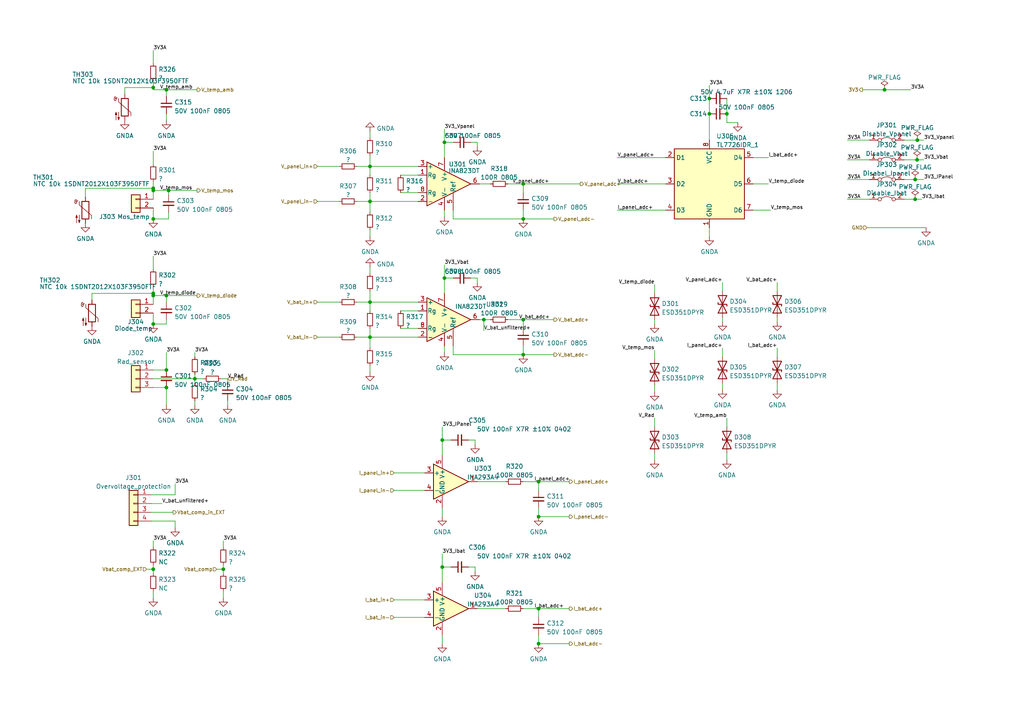
<source format=kicad_sch>
(kicad_sch (version 20211123) (generator eeschema)
  (paper "A4")
  (lib_symbols
    (symbol "Amplifier_Current:INA138" (pin_names (offset 0.127))
      (property "Reference" "U" (at 3.81 5.08 0))
      (property "Value" "INA138" (at 3.81 2.54 0))
      (symbol "INA138_0_1"
        (polyline (pts (xy -5.08 5.08) (xy 5.08 0) (xy -5.08 -5.08) (xy -5.08 5.08)) (stroke (width 0.254)) (fill (type background)))
      )
      (symbol "INA138_1_1"
        (pin output line (at 7.62 0 180) (length 2.54) (name "~") (number "1"))
        (pin power_in line (at -2.54 -7.62 90) (length 3.81) (name "GND") (number "2"))
        (pin input line (at -7.62 2.54 0) (length 2.54) (name "+") (number "3"))
        (pin input line (at -7.62 -2.54 0) (length 2.54) (name "-") (number "4"))
        (pin power_in line (at -2.54 7.62 270) (length 3.81) (name "V+") (number "5"))
      )
    )
    (symbol "Amplifier_Instrumentation:INA333xxDGK" (pin_names (offset 0.127))
      (property "Reference" "U" (at 3.81 3.175 0))
      (property "Value" "INA333xxDGK" (at 3.81 -3.175 0))
      (symbol "INA333xxDGK_0_1"
        (polyline (pts (xy 7.62 0) (xy -5.08 6.35) (xy -5.08 -6.35) (xy 7.62 0)) (stroke (width 0.254)) (fill (type background)))
      )
      (symbol "INA333xxDGK_1_1"
        (pin passive line (at -7.62 2.54 0) (length 2.54) (name "Rg") (number "1"))
        (pin input line (at -7.62 -5.08 0) (length 2.54) (name "-") (number "2"))
        (pin input line (at -7.62 5.08 0) (length 2.54) (name "+") (number "3"))
        (pin power_in line (at 0 -7.62 90) (length 3.81) (name "V-") (number "4"))
        (pin input line (at 2.54 -7.62 90) (length 5.08) (name "Ref") (number "5"))
        (pin output line (at 10.16 0 180) (length 2.54) (name "~") (number "6"))
        (pin power_in line (at 0 7.62 270) (length 3.81) (name "V+") (number "7"))
        (pin passive line (at -7.62 -2.54 0) (length 2.54) (name "Rg") (number "8"))
      )
    )
    (symbol "Connector_Generic:Conn_01x02" (pin_names (offset 1.016) hide)
      (property "Reference" "J" (at 0 2.54 0))
      (property "Value" "Conn_01x02" (at 0 -5.08 0))
      (symbol "Conn_01x02_1_1"
        (rectangle (start -1.27 -2.413) (end 0 -2.667) (stroke (width 0.1524)))
        (rectangle (start -1.27 0.127) (end 0 -0.127) (stroke (width 0.1524)))
        (rectangle (start -1.27 1.27) (end 1.27 -3.81) (stroke (width 0.254)) (fill (type background)))
        (pin passive line (at -5.08 0 0) (length 3.81) (name "Pin_1") (number "1"))
        (pin passive line (at -5.08 -2.54 0) (length 3.81) (name "Pin_2") (number "2"))
      )
    )
    (symbol "Connector_Generic:Conn_01x03" (pin_names (offset 1.016) hide)
      (property "Reference" "J" (at 0 5.08 0))
      (property "Value" "Conn_01x03" (at 0 -5.08 0))
      (symbol "Conn_01x03_1_1"
        (rectangle (start -1.27 -2.413) (end 0 -2.667) (stroke (width 0.1524)))
        (rectangle (start -1.27 0.127) (end 0 -0.127) (stroke (width 0.1524)))
        (rectangle (start -1.27 2.667) (end 0 2.413) (stroke (width 0.1524)))
        (rectangle (start -1.27 3.81) (end 1.27 -3.81) (stroke (width 0.254)) (fill (type background)))
        (pin passive line (at -5.08 2.54 0) (length 3.81) (name "Pin_1") (number "1"))
        (pin passive line (at -5.08 0 0) (length 3.81) (name "Pin_2") (number "2"))
        (pin passive line (at -5.08 -2.54 0) (length 3.81) (name "Pin_3") (number "3"))
      )
    )
    (symbol "Connector_Generic:Conn_01x04" (pin_names (offset 1.016) hide)
      (property "Reference" "J" (at 0 5.08 0))
      (property "Value" "Conn_01x04" (at 0 -7.62 0))
      (symbol "Conn_01x04_1_1"
        (rectangle (start -1.27 -4.953) (end 0 -5.207) (stroke (width 0.1524)))
        (rectangle (start -1.27 -2.413) (end 0 -2.667) (stroke (width 0.1524)))
        (rectangle (start -1.27 0.127) (end 0 -0.127) (stroke (width 0.1524)))
        (rectangle (start -1.27 2.667) (end 0 2.413) (stroke (width 0.1524)))
        (rectangle (start -1.27 3.81) (end 1.27 -6.35) (stroke (width 0.254)) (fill (type background)))
        (pin passive line (at -5.08 2.54 0) (length 3.81) (name "Pin_1") (number "1"))
        (pin passive line (at -5.08 0 0) (length 3.81) (name "Pin_2") (number "2"))
        (pin passive line (at -5.08 -2.54 0) (length 3.81) (name "Pin_3") (number "3"))
        (pin passive line (at -5.08 -5.08 0) (length 3.81) (name "Pin_4") (number "4"))
      )
    )
    (symbol "Device:C_Small" (pin_numbers hide) (pin_names (offset 0.254) hide)
      (property "Reference" "C" (at 0.254 1.778 0))
      (property "Value" "C_Small" (at 0.254 -2.032 0))
      (symbol "C_Small_0_1"
        (polyline (pts (xy -1.524 -0.508) (xy 1.524 -0.508)) (stroke (width 0.3302)))
        (polyline (pts (xy -1.524 0.508) (xy 1.524 0.508)) (stroke (width 0.3048)))
      )
      (symbol "C_Small_1_1"
        (pin passive line (at 0 2.54 270) (length 2.032) (name "~") (number "1"))
        (pin passive line (at 0 -2.54 90) (length 2.032) (name "~") (number "2"))
      )
    )
    (symbol "Device:D_TVS" (pin_numbers hide) (pin_names (offset 1.016) hide)
      (property "Reference" "D" (at 0 2.54 0))
      (property "Value" "D_TVS" (at 0 -2.54 0))
      (symbol "D_TVS_0_1"
        (polyline (pts (xy 1.27 0) (xy -1.27 0)))
        (polyline (pts (xy 0.508 1.27) (xy 0 1.27) (xy 0 -1.27) (xy -0.508 -1.27)) (stroke (width 0.254)))
        (polyline (pts (xy -2.54 1.27) (xy -2.54 -1.27) (xy 2.54 1.27) (xy 2.54 -1.27) (xy -2.54 1.27)) (stroke (width 0.254)))
      )
      (symbol "D_TVS_1_1"
        (pin passive line (at -3.81 0 0) (length 2.54) (name "A1") (number "1"))
        (pin passive line (at 3.81 0 180) (length 2.54) (name "A2") (number "2"))
      )
    )
    (symbol "Device:R_Small" (pin_numbers hide) (pin_names (offset 0.254) hide)
      (property "Reference" "R" (at 0.762 0.508 0))
      (property "Value" "R_Small" (at 0.762 -1.016 0))
      (symbol "R_Small_0_1"
        (rectangle (start -0.762 1.778) (end 0.762 -1.778) (stroke (width 0.2032)))
      )
      (symbol "R_Small_1_1"
        (pin passive line (at 0 2.54 270) (length 0.762) (name "~") (number "1"))
        (pin passive line (at 0 -2.54 90) (length 0.762) (name "~") (number "2"))
      )
    )
    (symbol "Device:Thermistor_NTC" (pin_numbers hide) (pin_names (offset 0))
      (property "Reference" "TH" (at -4.445 0 90))
      (property "Value" "Thermistor_NTC" (at 3.175 0 90))
      (symbol "Thermistor_NTC_0_1"
        (arc (start -3.048 2.159) (mid -3.0495 2.3143) (end -3.175 2.413))
        (arc (start -3.048 2.159) (mid -2.9736 1.9794) (end -2.794 1.905))
        (arc (start -3.048 2.794) (mid -2.9736 2.6144) (end -2.794 2.54))
        (arc (start -2.794 1.905) (mid -2.6144 1.9794) (end -2.54 2.159))
        (arc (start -2.794 2.54) (mid -2.4393 2.5587) (end -2.159 2.794))
        (arc (start -2.794 3.048) (mid -2.9736 2.9736) (end -3.048 2.794))
        (arc (start -2.54 2.794) (mid -2.6144 2.9736) (end -2.794 3.048))
        (rectangle (start -1.016 2.54) (end 1.016 -2.54) (stroke (width 0.254)))
        (polyline (pts (xy -2.54 2.159) (xy -2.54 2.794)))
        (polyline (pts (xy -1.778 2.54) (xy -1.778 1.524) (xy 1.778 -1.524) (xy 1.778 -2.54)))
        (polyline (pts (xy -2.54 -3.683) (xy -2.54 -1.397) (xy -2.794 -2.159) (xy -2.286 -2.159) (xy -2.54 -1.397) (xy -2.54 -1.651)) (fill (type outline)))
        (polyline (pts (xy -1.778 -1.397) (xy -1.778 -3.683) (xy -2.032 -2.921) (xy -1.524 -2.921) (xy -1.778 -3.683) (xy -1.778 -3.429)) (fill (type outline)))
      )
      (symbol "Thermistor_NTC_1_1"
        (pin passive line (at 0 3.81 270) (length 1.27) (name "~") (number "1"))
        (pin passive line (at 0 -3.81 90) (length 1.27) (name "~") (number "2"))
      )
    )
    (symbol "Jumper:Jumper_2_Bridged" (pin_names (offset 0) hide)
      (property "Reference" "JP" (at 0 1.905 0))
      (property "Value" "Jumper_2_Bridged" (at 0 -2.54 0))
      (symbol "Jumper_2_Bridged_0_0"
        (circle (center -2.032 0) (radius 0.508))
        (circle (center 2.032 0) (radius 0.508))
      )
      (symbol "Jumper_2_Bridged_0_1"
        (arc (start 1.524 0.254) (mid 0 0.762) (end -1.524 0.254))
      )
      (symbol "Jumper_2_Bridged_1_1"
        (pin passive line (at -5.08 0 0) (length 2.54) (name "A") (number "1"))
        (pin passive line (at 5.08 0 180) (length 2.54) (name "B") (number "2"))
      )
    )
    (symbol "power:GNDA" (power) (pin_names (offset 0))
      (property "Value" "GNDA" (at 0 -3.81 0))
      (symbol "GNDA_0_1"
        (polyline (pts (xy 0 0) (xy 0 -1.27) (xy 1.27 -1.27) (xy 0 -2.54) (xy -1.27 -1.27) (xy 0 -1.27)))
      )
      (symbol "GNDA_1_1"
        (pin power_in line (at 0 0 270) (length 0) hide (name "GNDA") (number "1"))
      )
    )
    (symbol "power:PWR_FLAG" (power) (pin_numbers hide) (pin_names (offset 0) hide)
      (property "Value" "PWR_FLAG" (at 0 3.81 0))
      (symbol "PWR_FLAG_0_0"
        (pin power_out line (at 0 0 90) (length 0) (name "pwr") (number "1"))
      )
      (symbol "PWR_FLAG_0_1"
        (polyline (pts (xy 0 0) (xy 0 1.27) (xy -1.016 1.905) (xy 0 2.54) (xy 1.016 1.905) (xy 0 1.27)))
      )
    )
    (symbol "zenite:TL7726IDR_1"
      (property "Reference" "U" (at 5.08 11.43 0))
      (property "Value" "TL7726IDR_1" (at 1.27 -12.7 0))
      (symbol "TL7726IDR_1_0_1"
        (rectangle (start -10.16 10.16) (end 10.16 -10.16) (stroke (width 0.254)) (fill (type background)))
      )
      (symbol "TL7726IDR_1_1_1"
        (pin power_in line (at 0 -12.7 90) (length 2.54) (name "GND") (number "1"))
        (pin passive line (at -12.7 7.62 0) (length 2.54) (name "D1") (number "2"))
        (pin passive line (at -12.7 0 0) (length 2.54) (name "D2") (number "3"))
        (pin passive line (at -12.7 -7.62 0) (length 2.54) (name "D3") (number "4"))
        (pin passive line (at 12.7 7.62 180) (length 2.54) (name "D4") (number "5"))
        (pin passive line (at 12.7 0 180) (length 2.54) (name "D5") (number "6"))
        (pin passive line (at 12.7 -7.62 180) (length 2.54) (name "D6") (number "7"))
        (pin power_in line (at 0 12.7 270) (length 2.54) (name "VCC") (number "8"))
      )
    )
  )
  (junction (at 156.21 186.69))
  (junction (at 48.26 26.035))
  (junction (at 44.45 85.725))
  (junction (at 265.9941 46.355))
  (junction (at 44.45 63.5))
  (junction (at 44.45 85.09))
  (junction (at 128.27 127.635))
  (junction (at 44.45 165.1))
  (junction (at 266.065 40.64))
  (junction (at 48.26 107.315))
  (junction (at 128.905 41.275))
  (junction (at 48.26 85.725))
  (junction (at 128.27 164.465))
  (junction (at 156.21 149.86))
  (junction (at 256.54 26.035))
  (junction (at 64.77 165.1))
  (junction (at 107.315 87.63))
  (junction (at 156.21 139.7))
  (junction (at 44.45 25.4))
  (junction (at 44.45 55.245))
  (junction (at 265.43 52.07))
  (junction (at 48.895 55.245))
  (junction (at 151.765 53.34))
  (junction (at 140.335 92.71))
  (junction (at 151.765 63.5))
  (junction (at 107.315 48.26))
  (junction (at 151.765 92.71))
  (junction (at 156.21 176.53))
  (junction (at 205.74 28.575))
  (junction (at 265.43 57.785))
  (junction (at 128.905 80.645))
  (junction (at 151.765 102.87))
  (junction (at 56.515 109.855))
  (junction (at 44.45 93.98))
  (junction (at 44.45 54.61))
  (junction (at 107.315 97.79))
  (junction (at 107.315 58.42))
  (junction (at 48.26 112.395))
  (junction (at 205.74 33.02))
  (junction (at 210.82 33.02))
  (wire (pts (xy 107.315 58.42) (xy 107.315 61.595)))
  (wire (pts (xy 107.315 97.79) (xy 121.285 97.79)))
  (wire (pts (xy 44.45 23.495) (xy 44.45 25.4)))
  (wire (pts (xy 44.45 112.395) (xy 48.26 112.395)))
  (wire (pts (xy 48.26 85.725) (xy 57.15 85.725)))
  (wire (pts (xy 48.26 87.63) (xy 48.26 85.725)))
  (wire (pts (xy 56.515 116.205) (xy 56.515 117.475)))
  (wire (pts (xy 128.27 127.635) (xy 128.27 132.08)))
  (wire (pts (xy 44.45 52.705) (xy 44.45 54.61)))
  (wire (pts (xy 66.04 116.205) (xy 66.04 117.475)))
  (wire (pts (xy 136.525 80.645) (xy 138.43 80.645)))
  (wire (pts (xy 218.44 60.96) (xy 223.52 60.96)))
  (wire (pts (xy 44.45 26.035) (xy 48.26 26.035)))
  (wire (pts (xy 209.55 111.125) (xy 209.55 113.03)))
  (wire (pts (xy 114.3 173.99) (xy 123.19 173.99)))
  (wire (pts (xy 24.765 54.61) (xy 44.45 54.61)))
  (wire (pts (xy 131.445 60.96) (xy 131.445 63.5)))
  (wire (pts (xy 139.065 92.71) (xy 140.335 92.71)))
  (wire (pts (xy 218.44 45.72) (xy 222.885 45.72)))
  (wire (pts (xy 128.27 160.655) (xy 128.27 164.465)))
  (wire (pts (xy 92.075 48.26) (xy 98.425 48.26)))
  (wire (pts (xy 44.45 156.845) (xy 44.45 158.75)))
  (wire (pts (xy 251.46 66.04) (xy 268.605 66.04)))
  (wire (pts (xy 103.505 87.63) (xy 107.315 87.63)))
  (wire (pts (xy 245.745 57.785) (xy 252.095 57.785)))
  (wire (pts (xy 44.45 54.61) (xy 44.45 55.245)))
  (wire (pts (xy 36.195 25.4) (xy 44.45 25.4)))
  (wire (pts (xy 209.55 92.075) (xy 209.55 93.345)))
  (wire (pts (xy 107.315 58.42) (xy 121.285 58.42)))
  (wire (pts (xy 107.315 87.63) (xy 107.315 90.17)))
  (wire (pts (xy 107.315 95.25) (xy 107.315 97.79)))
  (wire (pts (xy 138.43 41.275) (xy 138.43 42.545)))
  (wire (pts (xy 44.45 165.1) (xy 44.45 166.37)))
  (wire (pts (xy 147.32 92.71) (xy 151.765 92.71)))
  (wire (pts (xy 128.905 37.465) (xy 128.905 41.275)))
  (wire (pts (xy 48.26 93.98) (xy 44.45 93.98)))
  (wire (pts (xy 44.45 85.725) (xy 48.26 85.725)))
  (wire (pts (xy 48.26 112.395) (xy 48.26 117.475)))
  (wire (pts (xy 245.745 52.07) (xy 252.095 52.07)))
  (wire (pts (xy 36.195 27.305) (xy 36.195 25.4)))
  (wire (pts (xy 44.45 90.805) (xy 44.45 93.98)))
  (wire (pts (xy 262.255 40.64) (xy 266.065 40.64)))
  (wire (pts (xy 50.8 151.13) (xy 50.8 153.035)))
  (wire (pts (xy 128.27 164.465) (xy 128.27 168.91)))
  (wire (pts (xy 43.815 148.59) (xy 50.165 148.59)))
  (wire (pts (xy 131.445 100.33) (xy 131.445 102.87)))
  (wire (pts (xy 44.45 55.245) (xy 48.895 55.245)))
  (wire (pts (xy 179.07 53.34) (xy 193.04 53.34)))
  (wire (pts (xy 107.315 45.085) (xy 107.315 48.26)))
  (wire (pts (xy 114.3 137.16) (xy 123.19 137.16)))
  (wire (pts (xy 64.77 171.45) (xy 64.77 173.355)))
  (wire (pts (xy 139.065 53.34) (xy 142.24 53.34)))
  (wire (pts (xy 147.32 53.34) (xy 151.765 53.34)))
  (wire (pts (xy 107.315 97.79) (xy 107.315 100.965)))
  (wire (pts (xy 189.865 131.445) (xy 189.865 133.35)))
  (wire (pts (xy 265.9941 46.355) (xy 267.97 46.355)))
  (wire (pts (xy 128.27 164.465) (xy 130.81 164.465)))
  (wire (pts (xy 210.82 121.285) (xy 210.82 123.825)))
  (wire (pts (xy 50.8 140.335) (xy 50.8 143.51)))
  (wire (pts (xy 62.865 165.1) (xy 64.77 165.1)))
  (wire (pts (xy 44.45 85.09) (xy 44.45 85.725)))
  (wire (pts (xy 92.075 87.63) (xy 98.425 87.63)))
  (wire (pts (xy 56.515 102.235) (xy 56.515 103.505)))
  (wire (pts (xy 56.515 109.855) (xy 56.515 111.125)))
  (wire (pts (xy 48.895 63.5) (xy 44.45 63.5)))
  (wire (pts (xy 44.45 43.815) (xy 44.45 47.625)))
  (wire (pts (xy 156.21 184.15) (xy 156.21 186.69)))
  (wire (pts (xy 210.82 33.02) (xy 210.82 35.56)))
  (wire (pts (xy 42.545 165.1) (xy 44.45 165.1)))
  (wire (pts (xy 44.45 85.725) (xy 44.45 88.265)))
  (wire (pts (xy 210.82 35.56) (xy 213.995 35.56)))
  (wire (pts (xy 205.74 33.02) (xy 205.74 40.64)))
  (wire (pts (xy 138.43 139.7) (xy 146.685 139.7)))
  (wire (pts (xy 225.425 100.965) (xy 225.425 103.505)))
  (wire (pts (xy 140.335 92.71) (xy 140.335 95.885)))
  (wire (pts (xy 138.43 80.645) (xy 138.43 81.915)))
  (wire (pts (xy 256.54 26.035) (xy 264.16 26.035)))
  (wire (pts (xy 103.505 97.79) (xy 107.315 97.79)))
  (wire (pts (xy 48.895 55.245) (xy 48.895 56.515)))
  (wire (pts (xy 48.26 26.035) (xy 57.15 26.035)))
  (wire (pts (xy 44.45 109.855) (xy 56.515 109.855)))
  (wire (pts (xy 128.27 127.635) (xy 130.81 127.635)))
  (wire (pts (xy 131.445 102.87) (xy 151.765 102.87)))
  (wire (pts (xy 128.905 60.96) (xy 128.905 62.865)))
  (wire (pts (xy 151.765 53.34) (xy 168.275 53.34)))
  (wire (pts (xy 64.135 109.855) (xy 66.04 109.855)))
  (wire (pts (xy 156.21 149.86) (xy 165.1 149.86)))
  (wire (pts (xy 151.765 102.87) (xy 160.655 102.87)))
  (wire (pts (xy 156.21 186.69) (xy 165.1 186.69)))
  (wire (pts (xy 131.445 63.5) (xy 151.765 63.5)))
  (wire (pts (xy 43.815 146.05) (xy 46.99 146.05)))
  (wire (pts (xy 92.075 97.79) (xy 98.425 97.79)))
  (wire (pts (xy 48.895 61.595) (xy 48.895 63.5)))
  (wire (pts (xy 48.895 55.245) (xy 57.15 55.245)))
  (wire (pts (xy 245.745 46.355) (xy 252.095 46.355)))
  (wire (pts (xy 151.765 100.33) (xy 151.765 102.87)))
  (wire (pts (xy 44.45 55.245) (xy 44.45 57.785)))
  (wire (pts (xy 114.3 179.07) (xy 123.19 179.07)))
  (wire (pts (xy 44.45 163.83) (xy 44.45 165.1)))
  (wire (pts (xy 205.74 28.575) (xy 205.74 33.02)))
  (wire (pts (xy 128.905 80.645) (xy 131.445 80.645)))
  (wire (pts (xy 48.26 102.235) (xy 48.26 107.315)))
  (wire (pts (xy 107.315 106.045) (xy 107.315 107.95)))
  (wire (pts (xy 189.865 92.71) (xy 189.865 93.98)))
  (wire (pts (xy 44.45 83.185) (xy 44.45 85.09)))
  (wire (pts (xy 262.255 52.07) (xy 265.43 52.07)))
  (wire (pts (xy 128.27 123.825) (xy 128.27 127.635)))
  (wire (pts (xy 151.765 60.96) (xy 151.765 63.5)))
  (wire (pts (xy 107.315 87.63) (xy 121.285 87.63)))
  (wire (pts (xy 114.3 142.24) (xy 123.19 142.24)))
  (wire (pts (xy 24.765 57.15) (xy 24.765 54.61)))
  (wire (pts (xy 151.765 53.34) (xy 151.765 55.88)))
  (wire (pts (xy 179.07 45.72) (xy 193.04 45.72)))
  (wire (pts (xy 189.865 101.6) (xy 189.865 104.14)))
  (wire (pts (xy 66.04 109.855) (xy 66.04 111.125)))
  (wire (pts (xy 151.765 139.7) (xy 156.21 139.7)))
  (wire (pts (xy 64.77 165.1) (xy 64.77 166.37)))
  (wire (pts (xy 116.205 90.17) (xy 121.285 90.17)))
  (wire (pts (xy 44.45 171.45) (xy 44.45 173.355)))
  (wire (pts (xy 128.905 41.275) (xy 131.445 41.275)))
  (wire (pts (xy 128.905 100.33) (xy 128.905 102.235)))
  (wire (pts (xy 128.905 80.645) (xy 128.905 85.09)))
  (wire (pts (xy 107.315 48.26) (xy 107.315 50.8)))
  (wire (pts (xy 135.89 127.635) (xy 137.795 127.635)))
  (wire (pts (xy 156.21 139.7) (xy 156.21 142.24)))
  (wire (pts (xy 128.905 76.835) (xy 128.905 80.645)))
  (wire (pts (xy 209.55 81.915) (xy 209.55 84.455)))
  (wire (pts (xy 210.82 28.575) (xy 210.82 33.02)))
  (wire (pts (xy 189.865 121.285) (xy 189.865 123.825)))
  (wire (pts (xy 156.21 176.53) (xy 156.21 179.07)))
  (wire (pts (xy 116.205 55.88) (xy 121.285 55.88)))
  (wire (pts (xy 116.205 95.25) (xy 121.285 95.25)))
  (wire (pts (xy 107.315 55.88) (xy 107.315 58.42)))
  (wire (pts (xy 137.795 127.635) (xy 137.795 128.905)))
  (wire (pts (xy 107.315 48.26) (xy 121.285 48.26)))
  (wire (pts (xy 48.26 92.71) (xy 48.26 93.98)))
  (wire (pts (xy 44.45 25.4) (xy 44.45 26.035)))
  (wire (pts (xy 179.07 60.96) (xy 193.04 60.96)))
  (wire (pts (xy 156.21 147.32) (xy 156.21 149.86)))
  (wire (pts (xy 48.26 27.94) (xy 48.26 26.035)))
  (wire (pts (xy 262.255 46.355) (xy 265.9941 46.355)))
  (wire (pts (xy 209.55 100.965) (xy 209.55 103.505)))
  (wire (pts (xy 210.82 131.445) (xy 210.82 133.35)))
  (wire (pts (xy 107.315 66.675) (xy 107.315 68.58)))
  (wire (pts (xy 151.765 63.5) (xy 160.655 63.5)))
  (wire (pts (xy 205.74 66.04) (xy 205.74 68.58)))
  (wire (pts (xy 64.77 163.83) (xy 64.77 165.1)))
  (wire (pts (xy 107.315 84.455) (xy 107.315 87.63)))
  (wire (pts (xy 26.67 86.995) (xy 26.67 85.09)))
  (wire (pts (xy 151.765 92.71) (xy 151.765 95.25)))
  (wire (pts (xy 50.8 143.51) (xy 43.815 143.51)))
  (wire (pts (xy 26.67 85.09) (xy 44.45 85.09)))
  (wire (pts (xy 48.26 33.02) (xy 48.26 34.925)))
  (wire (pts (xy 107.315 38.1) (xy 107.315 40.005)))
  (wire (pts (xy 44.45 74.295) (xy 44.45 78.105)))
  (wire (pts (xy 128.27 184.15) (xy 128.27 186.69)))
  (wire (pts (xy 135.89 164.465) (xy 137.795 164.465)))
  (wire (pts (xy 225.425 92.075) (xy 225.425 93.345)))
  (wire (pts (xy 218.44 53.34) (xy 222.885 53.34)))
  (wire (pts (xy 266.065 40.64) (xy 267.97 40.64)))
  (wire (pts (xy 189.865 111.76) (xy 189.865 113.665)))
  (wire (pts (xy 189.865 82.55) (xy 189.865 85.09)))
  (wire (pts (xy 262.255 57.785) (xy 265.43 57.785)))
  (wire (pts (xy 92.075 58.42) (xy 98.425 58.42)))
  (wire (pts (xy 225.425 81.915) (xy 225.425 84.455)))
  (wire (pts (xy 156.21 176.53) (xy 165.1 176.53)))
  (wire (pts (xy 265.43 52.07) (xy 267.97 52.07)))
  (wire (pts (xy 44.45 60.325) (xy 44.45 63.5)))
  (wire (pts (xy 103.505 48.26) (xy 107.315 48.26)))
  (wire (pts (xy 225.425 111.125) (xy 225.425 113.03)))
  (wire (pts (xy 140.335 92.71) (xy 142.24 92.71)))
  (wire (pts (xy 128.27 147.32) (xy 128.27 149.86)))
  (wire (pts (xy 151.765 176.53) (xy 156.21 176.53)))
  (wire (pts (xy 107.315 77.47) (xy 107.315 79.375)))
  (wire (pts (xy 156.21 139.7) (xy 165.1 139.7)))
  (wire (pts (xy 138.43 176.53) (xy 146.685 176.53)))
  (wire (pts (xy 44.45 14.605) (xy 44.45 18.415)))
  (wire (pts (xy 250.19 26.035) (xy 256.54 26.035)))
  (wire (pts (xy 245.745 40.64) (xy 252.095 40.64)))
  (wire (pts (xy 48.26 107.315) (xy 44.45 107.315)))
  (wire (pts (xy 136.525 41.275) (xy 138.43 41.275)))
  (wire (pts (xy 103.505 58.42) (xy 107.315 58.42)))
  (wire (pts (xy 43.815 151.13) (xy 50.8 151.13)))
  (wire (pts (xy 64.77 156.845) (xy 64.77 158.75)))
  (wire (pts (xy 205.74 24.765) (xy 205.74 28.575)))
  (wire (pts (xy 56.515 108.585) (xy 56.515 109.855)))
  (wire (pts (xy 116.205 50.8) (xy 121.285 50.8)))
  (wire (pts (xy 128.905 41.275) (xy 128.905 45.72)))
  (wire (pts (xy 151.765 92.71) (xy 160.655 92.71)))
  (wire (pts (xy 137.795 164.465) (xy 137.795 165.735)))
  (wire (pts (xy 265.43 57.785) (xy 267.335 57.785)))
  (wire (pts (xy 56.515 109.855) (xy 59.055 109.855)))
  (label "V_panel_adc+" (at 179.07 45.72 0) (effects (font (size 1.016 1.016))))
  (label "V_panel_adc+" (at 148.59 53.34 0) (effects (font (size 1.016 1.016))))
  (label "3V3A" (at 50.8 140.335 0) (effects (font (size 1.016 1.016))))
  (label "3V3A" (at 245.745 57.785 0) (effects (font (size 1.016 1.016))))
  (label "3V3A" (at 64.77 156.845 0) (effects (font (size 1.016 1.016))))
  (label "3V3_Vbat" (at 128.905 76.835 0) (effects (font (size 1.016 1.016))))
  (label "V_temp_mos" (at 46.355 55.245 0) (effects (font (size 1.016 1.016))))
  (label "I_panel_adc+" (at 154.94 139.7 0) (effects (font (size 1.016 1.016))))
  (label "V_temp_diode" (at 46.355 85.725 0) (effects (font (size 1.016 1.016))))
  (label "3V3A" (at 264.16 26.035 0) (effects (font (size 1.016 1.016))))
  (label "I_panel_adc+" (at 209.55 100.965 180) (effects (font (size 1.016 1.016))))
  (label "V_bat_unfiltered+" (at 46.99 146.05 0) (effects (font (size 1.016 1.016))))
  (label "V_temp_mos" (at 189.865 101.6 180) (effects (font (size 1.016 1.016))))
  (label "3V3A" (at 205.74 24.765 0) (effects (font (size 1.016 1.016))))
  (label "V_temp_diode" (at 222.885 53.34 0) (effects (font (size 1.016 1.016))))
  (label "I_bat_adc+" (at 222.885 45.72 0) (effects (font (size 1.016 1.016))))
  (label "3V3A" (at 44.45 156.845 0) (effects (font (size 1.016 1.016))))
  (label "3V3A" (at 44.45 43.815 0) (effects (font (size 1.016 1.016))))
  (label "3V3_Ibat" (at 128.27 160.655 0) (effects (font (size 1.016 1.016))))
  (label "V_Rad" (at 189.865 121.285 180) (effects (font (size 1.016 1.016))))
  (label "3V3_IPanel" (at 267.97 52.07 0) (effects (font (size 1.016 1.016))))
  (label "I_bat_adc+" (at 225.425 100.965 180) (effects (font (size 1.016 1.016))))
  (label "V_bat_unfiltered+" (at 140.335 95.885 0) (effects (font (size 1.016 1.016))))
  (label "V_temp_amb" (at 210.82 121.285 180) (effects (font (size 1.016 1.016))))
  (label "V_bat_adc+" (at 150.495 92.71 0) (effects (font (size 1.016 1.016))))
  (label "3V3_Vbat" (at 267.97 46.355 0) (effects (font (size 1.016 1.016))))
  (label "I_bat_adc+" (at 154.94 176.53 0) (effects (font (size 1.016 1.016))))
  (label "3V3A" (at 245.745 40.64 0) (effects (font (size 1.016 1.016))))
  (label "V_bat_adc+" (at 225.425 81.915 180) (effects (font (size 1.016 1.016))))
  (label "V_temp_diode" (at 189.865 82.55 180) (effects (font (size 1.016 1.016))))
  (label "3V3A" (at 44.45 14.605 0) (effects (font (size 1.016 1.016))))
  (label "V_temp_mos" (at 223.52 60.96 0) (effects (font (size 1.016 1.016))))
  (label "3V3A" (at 56.515 102.235 0) (effects (font (size 1.016 1.016))))
  (label "I_panel_adc+" (at 179.07 60.96 0) (effects (font (size 1.016 1.016))))
  (label "V_temp_amb" (at 46.355 26.035 0) (effects (font (size 1.016 1.016))))
  (label "3V3_IPanel" (at 128.27 123.825 0) (effects (font (size 1.016 1.016))))
  (label "3V3_Ibat" (at 267.335 57.785 0) (effects (font (size 1.016 1.016))))
  (label "3V3A" (at 44.45 74.295 0) (effects (font (size 1.016 1.016))))
  (label "V_bat_adc+" (at 179.07 53.34 0) (effects (font (size 1.016 1.016))))
  (label "3V3_Vpanel" (at 128.905 37.465 0) (effects (font (size 1.016 1.016))))
  (label "V_panel_adc+" (at 209.55 81.915 180) (effects (font (size 1.016 1.016))))
  (label "3V3_Vpanel" (at 267.97 40.64 0) (effects (font (size 1.016 1.016))))
  (label "3V3A" (at 245.745 52.07 0) (effects (font (size 1.016 1.016))))
  (label "V_Rad" (at 66.04 109.855 0) (effects (font (size 1.016 1.016))))
  (label "3V3A" (at 48.26 102.235 0) (effects (font (size 1.016 1.016))))
  (label "3V3A" (at 245.745 46.355 0) (effects (font (size 1.016 1.016))))
  (hierarchical_label "Vbat_comp_in_EXT" (shape output) (at 50.165 148.59 0) (effects (font (size 1.016 1.016))))
  (hierarchical_label "I_bat_in+" (shape input) (at 114.3 173.99 180) (effects (font (size 1.016 1.016))))
  (hierarchical_label "V_bat_in+" (shape input) (at 92.075 87.63 180) (effects (font (size 1.016 1.016))))
  (hierarchical_label "3V3" (shape output) (at 250.19 26.035 180) (effects (font (size 1.016 1.016))))
  (hierarchical_label "Vbat_comp" (shape input) (at 62.865 165.1 180) (effects (font (size 1.016 1.016))))
  (hierarchical_label "I_panel_in+" (shape input) (at 114.3 137.16 180) (effects (font (size 1.016 1.016))))
  (hierarchical_label "I_panel_adc-" (shape output) (at 165.1 149.86 0) (effects (font (size 1.016 1.016))))
  (hierarchical_label "I_panel_adc+" (shape output) (at 165.1 139.7 0) (effects (font (size 1.016 1.016))))
  (hierarchical_label "V_temp_diode" (shape output) (at 57.15 85.725 0) (effects (font (size 1.016 1.016))))
  (hierarchical_label "V_temp_amb" (shape output) (at 57.15 26.035 0) (effects (font (size 1.016 1.016))))
  (hierarchical_label "V_bat_adc+" (shape output) (at 160.655 92.71 0) (effects (font (size 1.016 1.016))))
  (hierarchical_label "V_panel_in-" (shape input) (at 92.075 58.42 180) (effects (font (size 1.016 1.016))))
  (hierarchical_label "I_bat_adc-" (shape output) (at 165.1 186.69 0) (effects (font (size 1.016 1.016))))
  (hierarchical_label "V_panel_in+" (shape input) (at 92.075 48.26 180) (effects (font (size 1.016 1.016))))
  (hierarchical_label "V_bat_adc-" (shape output) (at 160.655 102.87 0) (effects (font (size 1.016 1.016))))
  (hierarchical_label "V_panel_adc+" (shape output) (at 168.275 53.34 0) (effects (font (size 1.016 1.016))))
  (hierarchical_label "I_bat_in-" (shape input) (at 114.3 179.07 180) (effects (font (size 1.016 1.016))))
  (hierarchical_label "V_Rad" (shape input) (at 66.04 109.855 0) (effects (font (size 1.016 1.016))))
  (hierarchical_label "I_panel_in-" (shape input) (at 114.3 142.24 180) (effects (font (size 1.016 1.016))))
  (hierarchical_label "GND" (shape input) (at 251.46 66.04 180) (effects (font (size 1.016 1.016))))
  (hierarchical_label "Vbat_comp_EXT" (shape input) (at 42.545 165.1 180) (effects (font (size 1.016 1.016))))
  (hierarchical_label "I_bat_adc+" (shape output) (at 165.1 176.53 0) (effects (font (size 1.016 1.016))))
  (hierarchical_label "V_bat_in-" (shape input) (at 92.075 97.79 180) (effects (font (size 1.016 1.016))))
  (hierarchical_label "V_temp_mos" (shape output) (at 57.15 55.245 0) (effects (font (size 1.016 1.016))))
  (hierarchical_label "V_panel_adc-" (shape output) (at 160.655 63.5 0) (effects (font (size 1.016 1.016))))
  (symbol (lib_id "Device:R_Small") (at 100.965 97.79 270) (unit 1)
    (property "Reference" "R309" (at 100.965 93.3536 90))
    (property "Value" "?" (at 100.965 95.8905 90))
    (property "Footprint" "Resistor_SMD:R_0805_2012Metric_Pad1.20x1.40mm_HandSolder" (effects hide))
  )
  (symbol (lib_id "Device:C_Small") (at 133.35 127.635 90) (unit 1)
    (property "Reference" "C305" (at 140.97 121.92 90) (effects (justify left)))
    (property "Value" "50V 100nF X7R ±10% 0402" (at 165.735 124.46 90) (effects (justify left)))
    (property "Footprint" "Capacitor_SMD:C_0402_1005Metric_Pad0.74x0.62mm_HandSolder" (effects hide))
  )
  (symbol (lib_id "Device:R_Small") (at 100.965 58.42 270) (unit 1)
    (property "Reference" "R307" (at 100.965 53.9836 90))
    (property "Value" "?" (at 100.965 56.5205 90))
    (property "Footprint" "Resistor_SMD:R_0805_2012Metric_Pad1.20x1.40mm_HandSolder" (effects hide))
  )
  (symbol (lib_id "Device:R_Small") (at 44.45 80.645 180) (unit 1)
    (property "Reference" "R302" (at 45.9486 79.8103 0) (effects (justify right)))
    (property "Value" "?" (at 45.9486 82.3472 0) (effects (justify right)))
    (property "Footprint" "Resistor_SMD:R_0805_2012Metric_Pad1.20x1.40mm_HandSolder" (effects hide))
  )
  (symbol (lib_id "power:GNDA") (at 128.905 62.865 0) (unit 1)
    (property "Reference" "#PWR0315" (effects hide))
    (property "Value" "GNDA" (at 128.905 67.3084 0))
  )
  (symbol (lib_id "Device:R_Small") (at 107.315 42.545 0) (unit 1)
    (property "Reference" "R310" (at 108.8136 41.7103 0) (effects (justify left)))
    (property "Value" "?" (at 108.8136 44.2472 0) (effects (justify left)))
    (property "Footprint" "Resistor_SMD:R_0805_2012Metric_Pad1.20x1.40mm_HandSolder" (effects hide))
  )
  (symbol (lib_id "power:GNDA") (at 128.905 102.235 0) (unit 1)
    (property "Reference" "#PWR0316" (effects hide))
    (property "Value" "GNDA" (at 128.905 106.6784 0))
  )
  (symbol (lib_id "Device:C_Small") (at 66.04 113.665 0) (unit 1)
    (property "Reference" "C304" (at 68.3641 112.8366 0) (effects (justify left)))
    (property "Value" "50V 100nF 0805" (at 68.3641 115.3735 0) (effects (justify left)))
    (property "Footprint" "Capacitor_SMD:C_0805_2012Metric_Pad1.18x1.45mm_HandSolder" (effects hide))
  )
  (symbol (lib_id "Device:C_Small") (at 151.765 58.42 0) (unit 1)
    (property "Reference" "C309" (at 154.0891 57.5916 0) (effects (justify left)))
    (property "Value" "50V 100nF 0805" (at 154.0891 60.1285 0) (effects (justify left)))
    (property "Footprint" "Capacitor_SMD:C_0805_2012Metric_Pad1.18x1.45mm_HandSolder" (effects hide))
  )
  (symbol (lib_id "Amplifier_Instrumentation:INA333xxDGK") (at 128.905 92.71 0) (unit 1)
    (property "Reference" "U302" (at 143.51 88.265 0))
    (property "Value" "INA823DT" (at 136.525 88.9 0))
    (property "Footprint" "Package_SO:SOIC-8_3.9x4.9mm_P1.27mm" (effects hide))
    (property "Datasheet" "https://www.ti.com/lit/ds/symlink/ina823.pdf?ts=1667150394505&ref_url=https%253A%252F%252Fwww.ti.com%252Fproduct%252FINA823%253Futm_source%253Dgoogle%2526utm_medium%253Dcpc%2526utm_campaign%253Dasc-null-null-GPN_EN-cpc-pf-google-wwe%2526utm_content%253DINA823%2526ds_k%253DINA823%2526DCM%253Dyes%2526gclid%253DEAIaIQobChMImNqa_LqI-wIVkO53Ch0oEQL7EAAYASAAEgIv5PD_BwE%2526gclsrc%253Daw.ds" (effects hide))
  )
  (symbol (lib_id "Device:C_Small") (at 48.26 90.17 0) (unit 1)
    (property "Reference" "C302" (at 50.5841 89.3416 0) (effects (justify left)))
    (property "Value" "50V 100nF 0805" (at 50.5841 91.8785 0) (effects (justify left)))
    (property "Footprint" "Capacitor_SMD:C_0805_2012Metric_Pad1.18x1.45mm_HandSolder" (effects hide))
  )
  (symbol (lib_id "Device:D_TVS") (at 210.82 127.635 90) (unit 1)
    (property "Reference" "D308" (at 212.852 126.8003 90) (effects (justify right)))
    (property "Value" "ESD351DPYR" (at 212.852 129.3372 90) (effects (justify right)))
    (property "Footprint" "Diode_SMD:D_0402_1005Metric_Pad0.77x0.64mm_HandSolder" (effects hide))
  )
  (symbol (lib_id "Jumper:Jumper_2_Bridged") (at 257.175 57.785 0) (unit 1)
    (property "Reference" "JP304" (at 257.175 53.4502 0))
    (property "Value" "Disable_Ibat" (at 257.175 55.9871 0))
    (property "Footprint" "Zenite:SolderJumper-2_P0.5mm_Open_TrianglePad0.5x0.5mm" (effects hide))
  )
  (symbol (lib_id "Amplifier_Instrumentation:INA333xxDGK") (at 128.905 53.34 0) (unit 1)
    (property "Reference" "U301" (at 132.715 47.625 0))
    (property "Value" "INA823DT" (at 134.62 49.53 0))
    (property "Footprint" "Package_SO:SOIC-8_3.9x4.9mm_P1.27mm" (effects hide))
    (property "Datasheet" "https://www.ti.com/lit/ds/symlink/ina823.pdf?ts=1667150394505&ref_url=https%253A%252F%252Fwww.ti.com%252Fproduct%252FINA823%253Futm_source%253Dgoogle%2526utm_medium%253Dcpc%2526utm_campaign%253Dasc-null-null-GPN_EN-cpc-pf-google-wwe%2526utm_content%253DINA823%2526ds_k%253DINA823%2526DCM%253Dyes%2526gclid%253DEAIaIQobChMImNqa_LqI-wIVkO53Ch0oEQL7EAAYASAAEgIv5PD_BwE%2526gclsrc%253Daw.ds" (effects hide))
  )
  (symbol (lib_id "Connector_Generic:Conn_01x02") (at 39.37 88.265 0) (mirror y) (unit 1)
    (property "Reference" "J304" (at 39.37 93.345 0))
    (property "Value" "Diode_temp" (at 38.735 95.25 0))
    (property "Footprint" "Connector_PinHeader_2.54mm:PinHeader_1x02_P2.54mm_Vertical" (effects hide))
  )
  (symbol (lib_id "power:GNDA") (at 128.27 149.86 0) (unit 1)
    (property "Reference" "#PWR0313" (effects hide))
    (property "Value" "GNDA" (at 128.27 154.3034 0))
  )
  (symbol (lib_id "power:GNDA") (at 44.45 173.355 0) (unit 1)
    (property "Reference" "#PWR0118" (effects hide))
    (property "Value" "GNDA" (at 44.45 177.7984 0))
  )
  (symbol (lib_id "Device:C_Small") (at 48.26 109.855 0) (unit 1)
    (property "Reference" "C301" (at 50.5841 109.0266 0) (effects (justify left)))
    (property "Value" "50V 100nF 0805" (at 50.5841 111.5635 0) (effects (justify left)))
    (property "Footprint" "Capacitor_SMD:C_0805_2012Metric_Pad1.18x1.45mm_HandSolder" (effects hide))
  )
  (symbol (lib_id "Device:D_TVS") (at 209.55 107.315 90) (unit 1)
    (property "Reference" "D305" (at 211.582 106.4803 90) (effects (justify right)))
    (property "Value" "ESD351DPYR" (at 211.582 109.0172 90) (effects (justify right)))
    (property "Footprint" "Diode_SMD:D_0402_1005Metric_Pad0.77x0.64mm_HandSolder" (effects hide))
  )
  (symbol (lib_id "power:PWR_FLAG") (at 265.43 57.785 0) (unit 1)
    (property "Reference" "#FLG0303" (effects hide))
    (property "Value" "PWR_FLAG" (at 265.43 54.2092 0))
  )
  (symbol (lib_id "Device:C_Small") (at 133.35 164.465 90) (unit 1)
    (property "Reference" "C306" (at 140.97 158.75 90) (effects (justify left)))
    (property "Value" "50V 100nF X7R ±10% 0402" (at 165.735 161.29 90) (effects (justify left)))
    (property "Footprint" "Capacitor_SMD:C_0402_1005Metric_Pad0.74x0.62mm_HandSolder" (effects hide))
  )
  (symbol (lib_id "power:GNDA") (at 107.315 68.58 0) (unit 1)
    (property "Reference" "#PWR0310" (effects hide))
    (property "Value" "GNDA" (at 107.315 73.0234 0))
  )
  (symbol (lib_id "Device:R_Small") (at 44.45 168.91 180) (unit 1)
    (property "Reference" "R323" (at 45.9486 168.0753 0) (effects (justify right)))
    (property "Value" "NC" (at 45.9486 170.6122 0) (effects (justify right)))
    (property "Footprint" "Resistor_SMD:R_0805_2012Metric_Pad1.20x1.40mm_HandSolder" (effects hide))
  )
  (symbol (lib_id "power:GNDA") (at 268.605 66.04 0) (unit 1)
    (property "Reference" "#PWR0332" (effects hide))
    (property "Value" "GNDA" (at 268.605 70.4834 0))
  )
  (symbol (lib_id "power:GNDA") (at 189.865 93.98 0) (unit 1)
    (property "Reference" "#PWR0323" (effects hide))
    (property "Value" "GNDA" (at 189.865 98.4234 0))
  )
  (symbol (lib_id "Device:R_Small") (at 100.965 48.26 270) (unit 1)
    (property "Reference" "R306" (at 100.965 43.8236 90))
    (property "Value" "?" (at 100.965 46.3605 90))
    (property "Footprint" "Resistor_SMD:R_0805_2012Metric_Pad1.20x1.40mm_HandSolder" (effects hide))
  )
  (symbol (lib_id "Device:C_Small") (at 48.26 30.48 0) (unit 1)
    (property "Reference" "C315" (at 50.5841 29.6516 0) (effects (justify left)))
    (property "Value" "50V 100nF 0805" (at 50.5841 32.1885 0) (effects (justify left)))
    (property "Footprint" "Capacitor_SMD:C_0805_2012Metric_Pad1.18x1.45mm_HandSolder" (effects hide))
  )
  (symbol (lib_id "Device:C_Small") (at 156.21 181.61 0) (unit 1)
    (property "Reference" "C312" (at 158.5341 180.7816 0) (effects (justify left)))
    (property "Value" "50V 100nF 0805" (at 158.5341 183.3185 0) (effects (justify left)))
    (property "Footprint" "Capacitor_SMD:C_0805_2012Metric_Pad1.18x1.45mm_HandSolder" (effects hide))
  )
  (symbol (lib_id "Device:D_TVS") (at 209.55 88.265 90) (unit 1)
    (property "Reference" "D304" (at 211.582 87.4303 90) (effects (justify right)))
    (property "Value" "ESD351DPYR" (at 211.582 89.9672 90) (effects (justify right)))
    (property "Footprint" "Diode_SMD:D_0402_1005Metric_Pad0.77x0.64mm_HandSolder" (effects hide))
  )
  (symbol (lib_id "power:PWR_FLAG") (at 256.54 26.035 0) (unit 1)
    (property "Reference" "#FLG0301" (effects hide))
    (property "Value" "PWR_FLAG" (at 256.54 22.4592 0))
  )
  (symbol (lib_id "power:GNDA") (at 64.77 173.355 0) (unit 1)
    (property "Reference" "#PWR0117" (effects hide))
    (property "Value" "GNDA" (at 64.77 177.7984 0))
  )
  (symbol (lib_id "Device:R_Small") (at 116.205 92.71 180) (unit 1)
    (property "Reference" "R317" (at 117.7036 91.8753 0) (effects (justify right)))
    (property "Value" "?" (at 117.7036 94.4122 0) (effects (justify right)))
    (property "Footprint" "Resistor_SMD:R_0805_2012Metric_Pad1.20x1.40mm_HandSolder" (effects hide))
  )
  (symbol (lib_id "power:PWR_FLAG") (at 265.9941 46.355 0) (unit 1)
    (property "Reference" "#FLG0304" (effects hide))
    (property "Value" "PWR_FLAG" (at 265.9941 42.7792 0))
  )
  (symbol (lib_id "Device:C_Small") (at 48.895 59.055 0) (unit 1)
    (property "Reference" "C303" (at 51.2191 58.2266 0) (effects (justify left)))
    (property "Value" "50V 100nF 0805" (at 51.2191 60.7635 0) (effects (justify left)))
    (property "Footprint" "Capacitor_SMD:C_0805_2012Metric_Pad1.18x1.45mm_HandSolder" (effects hide))
  )
  (symbol (lib_id "power:GNDA") (at 107.315 107.95 0) (unit 1)
    (property "Reference" "#PWR0312" (effects hide))
    (property "Value" "GNDA" (at 107.315 112.3934 0))
  )
  (symbol (lib_id "Connector_Generic:Conn_01x04") (at 38.735 146.05 0) (mirror y) (unit 1)
    (property "Reference" "J301" (at 38.735 138.5402 0))
    (property "Value" "Overvoltage_protection" (at 38.735 141.0771 0))
    (property "Footprint" "Connector_PinHeader_2.54mm:PinHeader_1x04_P2.54mm_Vertical" (effects hide))
  )
  (symbol (lib_id "power:GNDA") (at 48.26 117.475 0) (unit 1)
    (property "Reference" "#PWR0305" (effects hide))
    (property "Value" "GNDA" (at 48.26 121.9184 0))
  )
  (symbol (lib_id "power:GNDA") (at 225.425 113.03 0) (unit 1)
    (property "Reference" "#PWR0331" (effects hide))
    (property "Value" "GNDA" (at 225.425 117.4734 0))
  )
  (symbol (lib_id "Device:C_Small") (at 151.765 97.79 0) (unit 1)
    (property "Reference" "C310" (at 154.0891 96.9616 0) (effects (justify left)))
    (property "Value" "50V 100nF 0805" (at 154.0891 99.4985 0) (effects (justify left)))
    (property "Footprint" "Capacitor_SMD:C_0805_2012Metric_Pad1.18x1.45mm_HandSolder" (effects hide))
  )
  (symbol (lib_id "Device:R_Small") (at 56.515 113.665 0) (unit 1)
    (property "Reference" "R304" (at 58.0136 112.8303 0) (effects (justify left)))
    (property "Value" "?" (at 58.0136 115.3672 0) (effects (justify left)))
    (property "Footprint" "Resistor_SMD:R_0805_2012Metric_Pad1.20x1.40mm_HandSolder" (effects hide))
  )
  (symbol (lib_id "power:GNDA") (at 48.26 34.925 0) (unit 1)
    (property "Reference" "#PWR0120" (effects hide))
    (property "Value" "GNDA" (at 48.26 39.3684 0))
  )
  (symbol (lib_id "power:GNDA") (at 213.995 35.56 0) (unit 1)
    (property "Reference" "#PWR0329" (effects hide))
    (property "Value" "GNDA" (at 213.995 40.0034 0))
  )
  (symbol (lib_id "power:GNDA") (at 151.765 102.87 0) (unit 1)
    (property "Reference" "#PWR0115" (effects hide))
    (property "Value" "GNDA" (at 151.765 107.3134 0))
  )
  (symbol (lib_id "power:GNDA") (at 44.45 93.98 0) (unit 1)
    (property "Reference" "#PWR0304" (effects hide))
    (property "Value" "GNDA" (at 44.45 98.4234 0))
  )
  (symbol (lib_id "power:GNDA") (at 205.74 68.58 0) (unit 1)
    (property "Reference" "#PWR0326" (effects hide))
    (property "Value" "GNDA" (at 205.74 73.0234 0))
  )
  (symbol (lib_id "Device:R_Small") (at 64.77 168.91 180) (unit 1)
    (property "Reference" "R325" (at 66.2686 168.0753 0) (effects (justify right)))
    (property "Value" "?" (at 66.2686 170.6122 0) (effects (justify right)))
    (property "Footprint" "Resistor_SMD:R_0805_2012Metric_Pad1.20x1.40mm_HandSolder" (effects hide))
  )
  (symbol (lib_id "Device:R_Small") (at 100.965 87.63 270) (unit 1)
    (property "Reference" "R308" (at 100.965 83.1936 90))
    (property "Value" "?" (at 100.965 85.7305 90))
    (property "Footprint" "Resistor_SMD:R_0805_2012Metric_Pad1.20x1.40mm_HandSolder" (effects hide))
  )
  (symbol (lib_id "Device:R_Small") (at 107.315 64.135 0) (unit 1)
    (property "Reference" "R312" (at 108.8136 63.3003 0) (effects (justify left)))
    (property "Value" "?" (at 108.8136 65.8372 0) (effects (justify left)))
    (property "Footprint" "Resistor_SMD:R_0805_2012Metric_Pad1.20x1.40mm_HandSolder" (effects hide))
  )
  (symbol (lib_id "power:GNDA") (at 156.21 149.86 0) (unit 1)
    (property "Reference" "#PWR0321" (effects hide))
    (property "Value" "GNDA" (at 156.21 154.3034 0))
  )
  (symbol (lib_id "Device:D_TVS") (at 189.865 107.95 90) (unit 1)
    (property "Reference" "D302" (at 191.897 107.1153 90) (effects (justify right)))
    (property "Value" "ESD351DPYR" (at 191.897 109.6522 90) (effects (justify right)))
    (property "Footprint" "Diode_SMD:D_0402_1005Metric_Pad0.77x0.64mm_HandSolder" (effects hide))
  )
  (symbol (lib_id "Device:R_Small") (at 149.225 139.7 90) (unit 1)
    (property "Reference" "R320" (at 149.225 135.2636 90))
    (property "Value" "100R 0805" (at 149.225 137.8005 90))
    (property "Footprint" "Resistor_SMD:R_0805_2012Metric_Pad1.20x1.40mm_HandSolder" (effects hide))
  )
  (symbol (lib_id "power:GNDA") (at 225.425 93.345 0) (unit 1)
    (property "Reference" "#PWR0330" (effects hide))
    (property "Value" "GNDA" (at 225.425 97.7884 0))
  )
  (symbol (lib_id "Device:C_Small") (at 208.28 33.02 90) (unit 1)
    (property "Reference" "C314" (at 202.565 33.02 90))
    (property "Value" "50V 100nF 0805" (at 216.535 31.115 90))
    (property "Footprint" "Capacitor_SMD:C_0805_2012Metric_Pad1.18x1.45mm_HandSolder" (effects hide))
  )
  (symbol (lib_id "Device:D_TVS") (at 225.425 107.315 90) (unit 1)
    (property "Reference" "D307" (at 227.457 106.4803 90) (effects (justify right)))
    (property "Value" "ESD351DPYR" (at 227.457 109.0172 90) (effects (justify right)))
    (property "Footprint" "Diode_SMD:D_0402_1005Metric_Pad0.77x0.64mm_HandSolder" (effects hide))
  )
  (symbol (lib_id "power:GNDA") (at 107.315 77.47 180) (unit 1)
    (property "Reference" "#PWR0311" (effects hide))
    (property "Value" "GNDA" (at 109.22 76.6338 0) (effects (justify right)))
  )
  (symbol (lib_id "Amplifier_Current:INA138") (at 130.81 176.53 0) (unit 1)
    (property "Reference" "U304" (at 140.0576 172.7033 0))
    (property "Value" "INA293A4" (at 140.0576 175.2402 0))
    (property "Footprint" "Package_TO_SOT_SMD:SOT-23-5_HandSoldering" (effects hide))
    (property "Datasheet" "https://www.ti.com/product/INA293-Q1/part-details/INA293A4QDBVRQ1" (effects hide))
  )
  (symbol (lib_id "Amplifier_Current:INA138") (at 130.81 139.7 0) (unit 1)
    (property "Reference" "U303" (at 140.0576 135.8733 0))
    (property "Value" "INA293A4" (at 140.0576 138.4102 0))
    (property "Footprint" "Package_TO_SOT_SMD:SOT-23-5_HandSoldering" (effects hide))
    (property "Datasheet" "https://www.ti.com/product/INA293-Q1/part-details/INA293A4QDBVRQ1" (effects hide))
  )
  (symbol (lib_id "power:GNDA") (at 107.315 38.1 180) (unit 1)
    (property "Reference" "#PWR0309" (effects hide))
    (property "Value" "GNDA" (at 109.22 37.2638 0) (effects (justify right)))
  )
  (symbol (lib_id "power:GNDA") (at 137.795 165.735 0) (unit 1)
    (property "Reference" "#PWR0318" (effects hide))
    (property "Value" "GNDA" (at 137.795 170.1784 0))
  )
  (symbol (lib_id "Device:R_Small") (at 44.45 50.165 180) (unit 1)
    (property "Reference" "R301" (at 45.9486 49.3303 0) (effects (justify right)))
    (property "Value" "?" (at 45.9486 51.8672 0) (effects (justify right)))
    (property "Footprint" "Resistor_SMD:R_0805_2012Metric_Pad1.20x1.40mm_HandSolder" (effects hide))
  )
  (symbol (lib_id "Jumper:Jumper_2_Bridged") (at 257.175 40.64 0) (unit 1)
    (property "Reference" "JP301" (at 257.175 36.3052 0))
    (property "Value" "Disable_Vpanel" (at 257.175 38.8421 0))
    (property "Footprint" "Zenite:SolderJumper-2_P0.5mm_Open_TrianglePad0.5x0.5mm" (effects hide))
  )
  (symbol (lib_id "Device:C_Small") (at 133.985 80.645 90) (unit 1)
    (property "Reference" "C308" (at 131.445 78.74 90))
    (property "Value" "50V 100nF 0805" (at 137.16 78.74 90))
    (property "Footprint" "Capacitor_SMD:C_0805_2012Metric_Pad1.18x1.45mm_HandSolder" (effects hide))
  )
  (symbol (lib_id "Device:D_TVS") (at 189.865 127.635 90) (unit 1)
    (property "Reference" "D303" (at 191.897 126.8003 90) (effects (justify right)))
    (property "Value" "ESD351DPYR" (at 191.897 129.3372 90) (effects (justify right)))
    (property "Footprint" "Diode_SMD:D_0402_1005Metric_Pad0.77x0.64mm_HandSolder" (effects hide))
  )
  (symbol (lib_id "Device:R_Small") (at 56.515 106.045 0) (unit 1)
    (property "Reference" "R303" (at 58.0136 105.2103 0) (effects (justify left)))
    (property "Value" "?" (at 58.0136 107.7472 0) (effects (justify left)))
    (property "Footprint" "Resistor_SMD:R_0805_2012Metric_Pad1.20x1.40mm_HandSolder" (effects hide))
  )
  (symbol (lib_id "Device:C_Small") (at 133.985 41.275 90) (unit 1)
    (property "Reference" "C307" (at 131.445 39.37 90))
    (property "Value" "50V 100nF 0805" (at 137.16 39.37 90))
    (property "Footprint" "Capacitor_SMD:C_0805_2012Metric_Pad1.18x1.45mm_HandSolder" (effects hide))
  )
  (symbol (lib_id "Connector_Generic:Conn_01x03") (at 39.37 109.855 0) (mirror y) (unit 1)
    (property "Reference" "J302" (at 39.37 102.3452 0))
    (property "Value" "Rad_sensor" (at 39.37 104.8821 0))
    (property "Footprint" "Connector_PinHeader_2.54mm:PinHeader_1x03_P2.54mm_Vertical" (effects hide))
  )
  (symbol (lib_id "power:GNDA") (at 50.8 153.035 0) (unit 1)
    (property "Reference" "#PWR0306" (effects hide))
    (property "Value" "GNDA" (at 50.8 157.4784 0))
  )
  (symbol (lib_id "power:GNDA") (at 210.82 133.35 0) (unit 1)
    (property "Reference" "#PWR0121" (effects hide))
    (property "Value" "GNDA" (at 210.82 137.7934 0))
  )
  (symbol (lib_id "Device:D_TVS") (at 189.865 88.9 90) (unit 1)
    (property "Reference" "D301" (at 191.897 88.0653 90) (effects (justify right)))
    (property "Value" "ESD351DPYR" (at 191.897 90.6022 90) (effects (justify right)))
    (property "Footprint" "Diode_SMD:D_0402_1005Metric_Pad0.77x0.64mm_HandSolder" (effects hide))
  )
  (symbol (lib_id "power:GNDA") (at 209.55 93.345 0) (unit 1)
    (property "Reference" "#PWR0327" (effects hide))
    (property "Value" "GNDA" (at 209.55 97.7884 0))
  )
  (symbol (lib_id "Connector_Generic:Conn_01x02") (at 39.37 57.785 0) (mirror y) (unit 1)
    (property "Reference" "J303" (at 31.115 62.865 0))
    (property "Value" "Mos_temp" (at 38.735 62.865 0))
    (property "Footprint" "Connector_PinHeader_2.54mm:PinHeader_1x02_P2.54mm_Vertical" (effects hide))
  )
  (symbol (lib_id "Device:R_Small") (at 144.78 53.34 90) (unit 1)
    (property "Reference" "R318" (at 144.78 48.9036 90))
    (property "Value" "100R 0805" (at 144.78 51.4405 90))
    (property "Footprint" "Resistor_SMD:R_0805_2012Metric_Pad1.20x1.40mm_HandSolder" (effects hide))
  )
  (symbol (lib_id "Device:Thermistor_NTC") (at 36.195 31.115 0) (unit 1)
    (property "Reference" "TH303" (at 20.955 21.59 0) (effects (justify left)))
    (property "Value" "NTC 10k 1SDNT2012X103F3950FTF" (at 20.955 23.495 0) (effects (justify left)))
    (property "Footprint" "Resistor_SMD:R_0805_2012Metric_Pad1.20x1.40mm_HandSolder" (effects hide))
    (property "Datasheet" "https://lcsc.com/product-detail/NTC-Thermistors_Sunlord-SDNT2012X103F3950FTF_C95968.html" (effects hide))
  )
  (symbol (lib_id "Device:R_Small") (at 107.315 92.71 180) (unit 1)
    (property "Reference" "R314" (at 108.8136 91.8753 0) (effects (justify right)))
    (property "Value" "?" (at 108.8136 94.4122 0) (effects (justify right)))
    (property "Footprint" "Resistor_SMD:R_0805_2012Metric_Pad1.20x1.40mm_HandSolder" (effects hide))
  )
  (symbol (lib_id "Device:R_Small") (at 149.225 176.53 90) (unit 1)
    (property "Reference" "R321" (at 149.225 172.0936 90))
    (property "Value" "100R 0805" (at 149.225 174.6305 90))
    (property "Footprint" "Resistor_SMD:R_0805_2012Metric_Pad1.20x1.40mm_HandSolder" (effects hide))
  )
  (symbol (lib_id "power:GNDA") (at 151.765 63.5 0) (unit 1)
    (property "Reference" "#PWR0116" (effects hide))
    (property "Value" "GNDA" (at 151.765 67.9434 0))
  )
  (symbol (lib_id "power:GNDA") (at 209.55 113.03 0) (unit 1)
    (property "Reference" "#PWR0328" (effects hide))
    (property "Value" "GNDA" (at 209.55 117.4734 0))
  )
  (symbol (lib_id "power:PWR_FLAG") (at 266.065 40.64 0) (unit 1)
    (property "Reference" "#FLG0305" (effects hide))
    (property "Value" "PWR_FLAG" (at 266.065 37.0642 0))
  )
  (symbol (lib_id "Device:R_Small") (at 107.315 81.915 0) (unit 1)
    (property "Reference" "R313" (at 108.8136 81.0803 0) (effects (justify left)))
    (property "Value" "?" (at 108.8136 83.6172 0) (effects (justify left)))
    (property "Footprint" "Resistor_SMD:R_0805_2012Metric_Pad1.20x1.40mm_HandSolder" (effects hide))
  )
  (symbol (lib_id "Device:C_Small") (at 156.21 144.78 0) (unit 1)
    (property "Reference" "C311" (at 158.5341 143.9516 0) (effects (justify left)))
    (property "Value" "50V 100nF 0805" (at 158.5341 146.4885 0) (effects (justify left)))
    (property "Footprint" "Capacitor_SMD:C_0805_2012Metric_Pad1.18x1.45mm_HandSolder" (effects hide))
  )
  (symbol (lib_id "power:GNDA") (at 36.195 34.925 0) (unit 1)
    (property "Reference" "#PWR0119" (effects hide))
    (property "Value" "GNDA" (at 36.195 39.3684 0))
  )
  (symbol (lib_id "power:GNDA") (at 156.21 186.69 0) (unit 1)
    (property "Reference" "#PWR0322" (effects hide))
    (property "Value" "GNDA" (at 156.21 191.1334 0))
  )
  (symbol (lib_id "zenite:TL7726IDR_1") (at 205.74 53.34 0) (unit 1)
    (property "Reference" "U305" (at 207.7594 39.4802 0) (effects (justify left)))
    (property "Value" "TL7726IDR_1" (at 207.7594 42.0171 0) (effects (justify left)))
    (property "Footprint" "Package_SO:SOIC-8_3.9x4.9mm_P1.27mm" (effects hide))
    (property "Datasheet" "https://www.ti.com/lit/ds/symlink/tl7726.pdf?ts=1667512240395&ref_url=https%253A%252F%252Fwww.ti.com%252Fproduct%252FTL7726%252Fpart-details%252FTL7726IDR%253FkeyMatch%253DTL7726IDR" (effects hide))
  )
  (symbol (lib_id "Device:R_Small") (at 61.595 109.855 270) (unit 1)
    (property "Reference" "R305" (at 61.595 105.4186 90))
    (property "Value" "?" (at 61.595 107.9555 90))
    (property "Footprint" "Resistor_SMD:R_0805_2012Metric_Pad1.20x1.40mm_HandSolder" (effects hide))
  )
  (symbol (lib_id "power:GNDA") (at 24.765 64.77 0) (unit 1)
    (property "Reference" "#PWR0301" (effects hide))
    (property "Value" "GNDA" (at 24.765 69.2134 0))
  )
  (symbol (lib_id "power:GNDA") (at 189.865 113.665 0) (unit 1)
    (property "Reference" "#PWR0324" (effects hide))
    (property "Value" "GNDA" (at 189.865 118.1084 0))
  )
  (symbol (lib_id "Device:D_TVS") (at 225.425 88.265 90) (unit 1)
    (property "Reference" "D306" (at 227.457 87.4303 90) (effects (justify right)))
    (property "Value" "ESD351DPYR" (at 227.457 89.9672 90) (effects (justify right)))
    (property "Footprint" "Diode_SMD:D_0402_1005Metric_Pad0.77x0.64mm_HandSolder" (effects hide))
  )
  (symbol (lib_id "power:GNDA") (at 66.04 117.475 0) (unit 1)
    (property "Reference" "#PWR0308" (effects hide))
    (property "Value" "GNDA" (at 66.04 121.9184 0))
  )
  (symbol (lib_id "Device:R_Small") (at 107.315 53.34 180) (unit 1)
    (property "Reference" "R311" (at 108.8136 52.5053 0) (effects (justify right)))
    (property "Value" "?" (at 108.8136 55.0422 0) (effects (justify right)))
    (property "Footprint" "Resistor_SMD:R_0805_2012Metric_Pad1.20x1.40mm_HandSolder" (effects hide))
  )
  (symbol (lib_id "power:GNDA") (at 44.45 63.5 0) (unit 1)
    (property "Reference" "#PWR0303" (effects hide))
    (property "Value" "GNDA" (at 44.45 67.9434 0))
  )
  (symbol (lib_id "Device:R_Small") (at 116.205 53.34 180) (unit 1)
    (property "Reference" "R316" (at 117.7036 52.5053 0) (effects (justify right)))
    (property "Value" "?" (at 117.7036 55.0422 0) (effects (justify right)))
    (property "Footprint" "Resistor_SMD:R_0805_2012Metric_Pad1.20x1.40mm_HandSolder" (effects hide))
  )
  (symbol (lib_id "power:GNDA") (at 138.43 42.545 0) (unit 1)
    (property "Reference" "#PWR0319" (effects hide))
    (property "Value" "GNDA" (at 138.43 46.9884 0))
  )
  (symbol (lib_id "Device:R_Small") (at 144.78 92.71 90) (unit 1)
    (property "Reference" "R319" (at 144.78 88.2736 90))
    (property "Value" "100R 0805" (at 144.78 90.8105 90))
    (property "Footprint" "Resistor_SMD:R_0805_2012Metric_Pad1.20x1.40mm_HandSolder" (effects hide))
  )
  (symbol (lib_id "power:GNDA") (at 56.515 117.475 0) (unit 1)
    (property "Reference" "#PWR0307" (effects hide))
    (property "Value" "GNDA" (at 56.515 121.9184 0))
  )
  (symbol (lib_id "power:GNDA") (at 137.795 128.905 0) (unit 1)
    (property "Reference" "#PWR0317" (effects hide))
    (property "Value" "GNDA" (at 137.795 133.3484 0))
  )
  (symbol (lib_id "power:GNDA") (at 128.27 186.69 0) (unit 1)
    (property "Reference" "#PWR0314" (effects hide))
    (property "Value" "GNDA" (at 128.27 191.1334 0))
  )
  (symbol (lib_id "power:GNDA") (at 138.43 81.915 0) (unit 1)
    (property "Reference" "#PWR0320" (effects hide))
    (property "Value" "GNDA" (at 138.43 86.3584 0))
  )
  (symbol (lib_id "Device:R_Small") (at 44.45 20.955 180) (unit 1)
    (property "Reference" "R326" (at 45.9486 20.1203 0) (effects (justify right)))
    (property "Value" "?" (at 45.9486 22.6572 0) (effects (justify right)))
    (property "Footprint" "Resistor_SMD:R_0805_2012Metric_Pad1.20x1.40mm_HandSolder" (effects hide))
  )
  (symbol (lib_id "Jumper:Jumper_2_Bridged") (at 257.175 46.355 0) (unit 1)
    (property "Reference" "JP302" (at 257.175 42.0202 0))
    (property "Value" "Disable_Vbat" (at 257.175 44.5571 0))
    (property "Footprint" "Zenite:SolderJumper-2_P0.5mm_Open_TrianglePad0.5x0.5mm" (effects hide))
  )
  (symbol (lib_id "Device:R_Small") (at 44.45 161.29 180) (unit 1)
    (property "Reference" "R322" (at 45.9486 160.4553 0) (effects (justify right)))
    (property "Value" "NC" (at 45.9486 162.9922 0) (effects (justify right)))
    (property "Footprint" "Resistor_SMD:R_0805_2012Metric_Pad1.20x1.40mm_HandSolder" (effects hide))
  )
  (symbol (lib_id "power:PWR_FLAG") (at 265.43 52.07 0) (unit 1)
    (property "Reference" "#FLG0302" (effects hide))
    (property "Value" "PWR_FLAG" (at 265.43 48.4942 0))
  )
  (symbol (lib_id "Device:C_Small") (at 208.28 28.575 90) (unit 1)
    (property "Reference" "C313" (at 202.565 28.575 90))
    (property "Value" "50V 4.7uF X7R ±10% 1206" (at 216.535 26.67 90))
    (property "Footprint" "Capacitor_SMD:C_1206_3216Metric_Pad1.33x1.80mm_HandSolder" (effects hide))
  )
  (symbol (lib_id "Device:Thermistor_NTC") (at 26.67 90.805 0) (unit 1)
    (property "Reference" "TH302" (at 11.43 81.28 0) (effects (justify left)))
    (property "Value" "NTC 10k 1SDNT2012X103F3950FTF" (at 11.43 83.185 0) (effects (justify left)))
    (property "Footprint" "Resistor_SMD:R_0805_2012Metric_Pad1.20x1.40mm_HandSolder" (effects hide))
    (property "Datasheet" "https://lcsc.com/product-detail/NTC-Thermistors_Sunlord-SDNT2012X103F3950FTF_C95968.html" (effects hide))
  )
  (symbol (lib_id "power:GNDA") (at 189.865 133.35 0) (unit 1)
    (property "Reference" "#PWR0325" (effects hide))
    (property "Value" "GNDA" (at 189.865 137.7934 0))
  )
  (symbol (lib_id "Device:R_Small") (at 107.315 103.505 0) (unit 1)
    (property "Reference" "R315" (at 108.8136 102.6703 0) (effects (justify left)))
    (property "Value" "?" (at 108.8136 105.2072 0) (effects (justify left)))
    (property "Footprint" "Resistor_SMD:R_0805_2012Metric_Pad1.20x1.40mm_HandSolder" (effects hide))
  )
  (symbol (lib_id "power:GNDA") (at 26.67 94.615 0) (unit 1)
    (property "Reference" "#PWR0302" (effects hide))
    (property "Value" "GNDA" (at 26.67 99.0584 0))
  )
  (symbol (lib_id "Device:Thermistor_NTC") (at 24.765 60.96 0) (unit 1)
    (property "Reference" "TH301" (at 9.525 51.435 0) (effects (justify left)))
    (property "Value" "NTC 10k 1SDNT2012X103F3950FTF" (at 9.525 53.34 0) (effects (justify left)))
    (property "Footprint" "Resistor_SMD:R_0805_2012Metric_Pad1.20x1.40mm_HandSolder" (effects hide))
    (property "Datasheet" "https://lcsc.com/product-detail/NTC-Thermistors_Sunlord-SDNT2012X103F3950FTF_C95968.html" (effects hide))
  )
  (symbol (lib_id "Jumper:Jumper_2_Bridged") (at 257.175 52.07 0) (unit 1)
    (property "Reference" "JP303" (at 257.175 47.7352 0))
    (property "Value" "Disabel_Ipanel" (at 257.175 50.2721 0))
    (property "Footprint" "Zenite:SolderJumper-2_P0.5mm_Open_TrianglePad0.5x0.5mm" (effects hide))
  )
  (symbol (lib_id "Device:R_Small") (at 64.77 161.29 180) (unit 1)
    (property "Reference" "R324" (at 66.2686 160.4553 0) (effects (justify right)))
    (property "Value" "?" (at 66.2686 162.9922 0) (effects (justify right)))
    (property "Footprint" "Resistor_SMD:R_0805_2012Metric_Pad1.20x1.40mm_HandSolder" (effects hide))
  )
)
</source>
